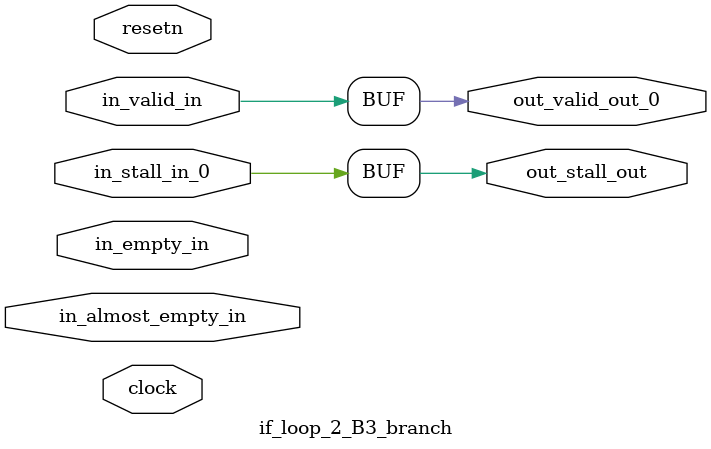
<source format=sv>



(* altera_attribute = "-name AUTO_SHIFT_REGISTER_RECOGNITION OFF; -name MESSAGE_DISABLE 10036; -name MESSAGE_DISABLE 10037; -name MESSAGE_DISABLE 14130; -name MESSAGE_DISABLE 14320; -name MESSAGE_DISABLE 15400; -name MESSAGE_DISABLE 14130; -name MESSAGE_DISABLE 10036; -name MESSAGE_DISABLE 12020; -name MESSAGE_DISABLE 12030; -name MESSAGE_DISABLE 12010; -name MESSAGE_DISABLE 12110; -name MESSAGE_DISABLE 14320; -name MESSAGE_DISABLE 13410; -name MESSAGE_DISABLE 113007; -name MESSAGE_DISABLE 10958" *)
module if_loop_2_B3_branch (
    input wire [0:0] in_almost_empty_in,
    input wire [0:0] in_empty_in,
    input wire [0:0] in_stall_in_0,
    input wire [0:0] in_valid_in,
    output wire [0:0] out_stall_out,
    output wire [0:0] out_valid_out_0,
    input wire clock,
    input wire resetn
    );

    reg [0:0] rst_sync_rst_sclrn;


    // out_stall_out(GPOUT,6)
    assign out_stall_out = in_stall_in_0;

    // out_valid_out_0(GPOUT,7)
    assign out_valid_out_0 = in_valid_in;

    // rst_sync(RESETSYNC,8)
    acl_reset_handler #(
        .ASYNC_RESET(0),
        .USE_SYNCHRONIZER(1),
        .PULSE_EXTENSION(0),
        .PIPE_DEPTH(3),
        .DUPLICATE(1)
    ) therst_sync (
        .clk(clock),
        .i_resetn(resetn),
        .o_sclrn(rst_sync_rst_sclrn)
    );

endmodule

</source>
